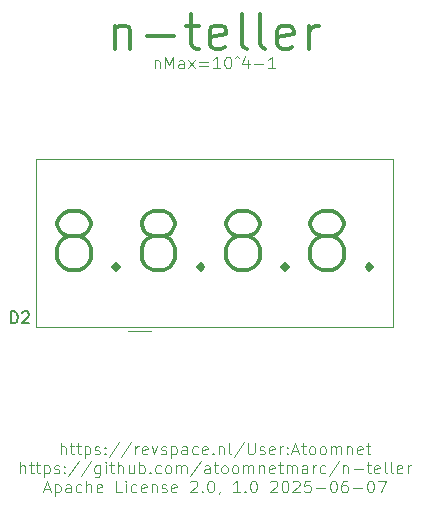
<source format=gto>
G04 #@! TF.GenerationSoftware,KiCad,Pcbnew,9.0.2*
G04 #@! TF.CreationDate,2025-06-10T21:22:11+02:00*
G04 #@! TF.ProjectId,n-teller,6e2d7465-6c6c-4657-922e-6b696361645f,1.0*
G04 #@! TF.SameCoordinates,Original*
G04 #@! TF.FileFunction,Legend,Top*
G04 #@! TF.FilePolarity,Positive*
%FSLAX46Y46*%
G04 Gerber Fmt 4.6, Leading zero omitted, Abs format (unit mm)*
G04 Created by KiCad (PCBNEW 9.0.2) date 2025-06-10 21:22:11*
%MOMM*%
%LPD*%
G01*
G04 APERTURE LIST*
%ADD10C,0.100000*%
%ADD11C,0.300000*%
%ADD12C,0.150000*%
%ADD13C,0.120000*%
G04 APERTURE END LIST*
D10*
X85098571Y-32810752D02*
X85098571Y-33477419D01*
X85098571Y-32905990D02*
X85146190Y-32858371D01*
X85146190Y-32858371D02*
X85241428Y-32810752D01*
X85241428Y-32810752D02*
X85384285Y-32810752D01*
X85384285Y-32810752D02*
X85479523Y-32858371D01*
X85479523Y-32858371D02*
X85527142Y-32953609D01*
X85527142Y-32953609D02*
X85527142Y-33477419D01*
X86003333Y-33477419D02*
X86003333Y-32477419D01*
X86003333Y-32477419D02*
X86336666Y-33191704D01*
X86336666Y-33191704D02*
X86669999Y-32477419D01*
X86669999Y-32477419D02*
X86669999Y-33477419D01*
X87574761Y-33477419D02*
X87574761Y-32953609D01*
X87574761Y-32953609D02*
X87527142Y-32858371D01*
X87527142Y-32858371D02*
X87431904Y-32810752D01*
X87431904Y-32810752D02*
X87241428Y-32810752D01*
X87241428Y-32810752D02*
X87146190Y-32858371D01*
X87574761Y-33429800D02*
X87479523Y-33477419D01*
X87479523Y-33477419D02*
X87241428Y-33477419D01*
X87241428Y-33477419D02*
X87146190Y-33429800D01*
X87146190Y-33429800D02*
X87098571Y-33334561D01*
X87098571Y-33334561D02*
X87098571Y-33239323D01*
X87098571Y-33239323D02*
X87146190Y-33144085D01*
X87146190Y-33144085D02*
X87241428Y-33096466D01*
X87241428Y-33096466D02*
X87479523Y-33096466D01*
X87479523Y-33096466D02*
X87574761Y-33048847D01*
X87955714Y-33477419D02*
X88479523Y-32810752D01*
X87955714Y-32810752D02*
X88479523Y-33477419D01*
X88860476Y-32953609D02*
X89622381Y-32953609D01*
X89622381Y-33239323D02*
X88860476Y-33239323D01*
X90622380Y-33477419D02*
X90050952Y-33477419D01*
X90336666Y-33477419D02*
X90336666Y-32477419D01*
X90336666Y-32477419D02*
X90241428Y-32620276D01*
X90241428Y-32620276D02*
X90146190Y-32715514D01*
X90146190Y-32715514D02*
X90050952Y-32763133D01*
X91241428Y-32477419D02*
X91336666Y-32477419D01*
X91336666Y-32477419D02*
X91431904Y-32525038D01*
X91431904Y-32525038D02*
X91479523Y-32572657D01*
X91479523Y-32572657D02*
X91527142Y-32667895D01*
X91527142Y-32667895D02*
X91574761Y-32858371D01*
X91574761Y-32858371D02*
X91574761Y-33096466D01*
X91574761Y-33096466D02*
X91527142Y-33286942D01*
X91527142Y-33286942D02*
X91479523Y-33382180D01*
X91479523Y-33382180D02*
X91431904Y-33429800D01*
X91431904Y-33429800D02*
X91336666Y-33477419D01*
X91336666Y-33477419D02*
X91241428Y-33477419D01*
X91241428Y-33477419D02*
X91146190Y-33429800D01*
X91146190Y-33429800D02*
X91098571Y-33382180D01*
X91098571Y-33382180D02*
X91050952Y-33286942D01*
X91050952Y-33286942D02*
X91003333Y-33096466D01*
X91003333Y-33096466D02*
X91003333Y-32858371D01*
X91003333Y-32858371D02*
X91050952Y-32667895D01*
X91050952Y-32667895D02*
X91098571Y-32572657D01*
X91098571Y-32572657D02*
X91146190Y-32525038D01*
X91146190Y-32525038D02*
X91241428Y-32477419D01*
X91860476Y-32572657D02*
X92050952Y-32429800D01*
X92050952Y-32429800D02*
X92241428Y-32572657D01*
X93003333Y-32810752D02*
X93003333Y-33477419D01*
X92765238Y-32429800D02*
X92527143Y-33144085D01*
X92527143Y-33144085D02*
X93146190Y-33144085D01*
X93527143Y-33096466D02*
X94289048Y-33096466D01*
X95289047Y-33477419D02*
X94717619Y-33477419D01*
X95003333Y-33477419D02*
X95003333Y-32477419D01*
X95003333Y-32477419D02*
X94908095Y-32620276D01*
X94908095Y-32620276D02*
X94812857Y-32715514D01*
X94812857Y-32715514D02*
X94717619Y-32763133D01*
D11*
X81741427Y-29852257D02*
X81741427Y-31852257D01*
X81741427Y-30137971D02*
X81884284Y-29995114D01*
X81884284Y-29995114D02*
X82169999Y-29852257D01*
X82169999Y-29852257D02*
X82598570Y-29852257D01*
X82598570Y-29852257D02*
X82884284Y-29995114D01*
X82884284Y-29995114D02*
X83027142Y-30280828D01*
X83027142Y-30280828D02*
X83027142Y-31852257D01*
X84455713Y-30709400D02*
X86741428Y-30709400D01*
X87741428Y-29852257D02*
X88884285Y-29852257D01*
X88169999Y-28852257D02*
X88169999Y-31423685D01*
X88169999Y-31423685D02*
X88312856Y-31709400D01*
X88312856Y-31709400D02*
X88598571Y-31852257D01*
X88598571Y-31852257D02*
X88884285Y-31852257D01*
X91027142Y-31709400D02*
X90741428Y-31852257D01*
X90741428Y-31852257D02*
X90170000Y-31852257D01*
X90170000Y-31852257D02*
X89884285Y-31709400D01*
X89884285Y-31709400D02*
X89741428Y-31423685D01*
X89741428Y-31423685D02*
X89741428Y-30280828D01*
X89741428Y-30280828D02*
X89884285Y-29995114D01*
X89884285Y-29995114D02*
X90170000Y-29852257D01*
X90170000Y-29852257D02*
X90741428Y-29852257D01*
X90741428Y-29852257D02*
X91027142Y-29995114D01*
X91027142Y-29995114D02*
X91170000Y-30280828D01*
X91170000Y-30280828D02*
X91170000Y-30566542D01*
X91170000Y-30566542D02*
X89741428Y-30852257D01*
X92884286Y-31852257D02*
X92598571Y-31709400D01*
X92598571Y-31709400D02*
X92455714Y-31423685D01*
X92455714Y-31423685D02*
X92455714Y-28852257D01*
X94455715Y-31852257D02*
X94170000Y-31709400D01*
X94170000Y-31709400D02*
X94027143Y-31423685D01*
X94027143Y-31423685D02*
X94027143Y-28852257D01*
X96741429Y-31709400D02*
X96455715Y-31852257D01*
X96455715Y-31852257D02*
X95884287Y-31852257D01*
X95884287Y-31852257D02*
X95598572Y-31709400D01*
X95598572Y-31709400D02*
X95455715Y-31423685D01*
X95455715Y-31423685D02*
X95455715Y-30280828D01*
X95455715Y-30280828D02*
X95598572Y-29995114D01*
X95598572Y-29995114D02*
X95884287Y-29852257D01*
X95884287Y-29852257D02*
X96455715Y-29852257D01*
X96455715Y-29852257D02*
X96741429Y-29995114D01*
X96741429Y-29995114D02*
X96884287Y-30280828D01*
X96884287Y-30280828D02*
X96884287Y-30566542D01*
X96884287Y-30566542D02*
X95455715Y-30852257D01*
X98170001Y-31852257D02*
X98170001Y-29852257D01*
X98170001Y-30423685D02*
X98312858Y-30137971D01*
X98312858Y-30137971D02*
X98455716Y-29995114D01*
X98455716Y-29995114D02*
X98741430Y-29852257D01*
X98741430Y-29852257D02*
X99027144Y-29852257D01*
D10*
X77122379Y-66157475D02*
X77122379Y-65157475D01*
X77550950Y-66157475D02*
X77550950Y-65633665D01*
X77550950Y-65633665D02*
X77503331Y-65538427D01*
X77503331Y-65538427D02*
X77408093Y-65490808D01*
X77408093Y-65490808D02*
X77265236Y-65490808D01*
X77265236Y-65490808D02*
X77169998Y-65538427D01*
X77169998Y-65538427D02*
X77122379Y-65586046D01*
X77884284Y-65490808D02*
X78265236Y-65490808D01*
X78027141Y-65157475D02*
X78027141Y-66014617D01*
X78027141Y-66014617D02*
X78074760Y-66109856D01*
X78074760Y-66109856D02*
X78169998Y-66157475D01*
X78169998Y-66157475D02*
X78265236Y-66157475D01*
X78455713Y-65490808D02*
X78836665Y-65490808D01*
X78598570Y-65157475D02*
X78598570Y-66014617D01*
X78598570Y-66014617D02*
X78646189Y-66109856D01*
X78646189Y-66109856D02*
X78741427Y-66157475D01*
X78741427Y-66157475D02*
X78836665Y-66157475D01*
X79169999Y-65490808D02*
X79169999Y-66490808D01*
X79169999Y-65538427D02*
X79265237Y-65490808D01*
X79265237Y-65490808D02*
X79455713Y-65490808D01*
X79455713Y-65490808D02*
X79550951Y-65538427D01*
X79550951Y-65538427D02*
X79598570Y-65586046D01*
X79598570Y-65586046D02*
X79646189Y-65681284D01*
X79646189Y-65681284D02*
X79646189Y-65966998D01*
X79646189Y-65966998D02*
X79598570Y-66062236D01*
X79598570Y-66062236D02*
X79550951Y-66109856D01*
X79550951Y-66109856D02*
X79455713Y-66157475D01*
X79455713Y-66157475D02*
X79265237Y-66157475D01*
X79265237Y-66157475D02*
X79169999Y-66109856D01*
X80027142Y-66109856D02*
X80122380Y-66157475D01*
X80122380Y-66157475D02*
X80312856Y-66157475D01*
X80312856Y-66157475D02*
X80408094Y-66109856D01*
X80408094Y-66109856D02*
X80455713Y-66014617D01*
X80455713Y-66014617D02*
X80455713Y-65966998D01*
X80455713Y-65966998D02*
X80408094Y-65871760D01*
X80408094Y-65871760D02*
X80312856Y-65824141D01*
X80312856Y-65824141D02*
X80169999Y-65824141D01*
X80169999Y-65824141D02*
X80074761Y-65776522D01*
X80074761Y-65776522D02*
X80027142Y-65681284D01*
X80027142Y-65681284D02*
X80027142Y-65633665D01*
X80027142Y-65633665D02*
X80074761Y-65538427D01*
X80074761Y-65538427D02*
X80169999Y-65490808D01*
X80169999Y-65490808D02*
X80312856Y-65490808D01*
X80312856Y-65490808D02*
X80408094Y-65538427D01*
X80884285Y-66062236D02*
X80931904Y-66109856D01*
X80931904Y-66109856D02*
X80884285Y-66157475D01*
X80884285Y-66157475D02*
X80836666Y-66109856D01*
X80836666Y-66109856D02*
X80884285Y-66062236D01*
X80884285Y-66062236D02*
X80884285Y-66157475D01*
X80884285Y-65538427D02*
X80931904Y-65586046D01*
X80931904Y-65586046D02*
X80884285Y-65633665D01*
X80884285Y-65633665D02*
X80836666Y-65586046D01*
X80836666Y-65586046D02*
X80884285Y-65538427D01*
X80884285Y-65538427D02*
X80884285Y-65633665D01*
X82074760Y-65109856D02*
X81217618Y-66395570D01*
X83122379Y-65109856D02*
X82265237Y-66395570D01*
X83455713Y-66157475D02*
X83455713Y-65490808D01*
X83455713Y-65681284D02*
X83503332Y-65586046D01*
X83503332Y-65586046D02*
X83550951Y-65538427D01*
X83550951Y-65538427D02*
X83646189Y-65490808D01*
X83646189Y-65490808D02*
X83741427Y-65490808D01*
X84455713Y-66109856D02*
X84360475Y-66157475D01*
X84360475Y-66157475D02*
X84169999Y-66157475D01*
X84169999Y-66157475D02*
X84074761Y-66109856D01*
X84074761Y-66109856D02*
X84027142Y-66014617D01*
X84027142Y-66014617D02*
X84027142Y-65633665D01*
X84027142Y-65633665D02*
X84074761Y-65538427D01*
X84074761Y-65538427D02*
X84169999Y-65490808D01*
X84169999Y-65490808D02*
X84360475Y-65490808D01*
X84360475Y-65490808D02*
X84455713Y-65538427D01*
X84455713Y-65538427D02*
X84503332Y-65633665D01*
X84503332Y-65633665D02*
X84503332Y-65728903D01*
X84503332Y-65728903D02*
X84027142Y-65824141D01*
X84836666Y-65490808D02*
X85074761Y-66157475D01*
X85074761Y-66157475D02*
X85312856Y-65490808D01*
X85646190Y-66109856D02*
X85741428Y-66157475D01*
X85741428Y-66157475D02*
X85931904Y-66157475D01*
X85931904Y-66157475D02*
X86027142Y-66109856D01*
X86027142Y-66109856D02*
X86074761Y-66014617D01*
X86074761Y-66014617D02*
X86074761Y-65966998D01*
X86074761Y-65966998D02*
X86027142Y-65871760D01*
X86027142Y-65871760D02*
X85931904Y-65824141D01*
X85931904Y-65824141D02*
X85789047Y-65824141D01*
X85789047Y-65824141D02*
X85693809Y-65776522D01*
X85693809Y-65776522D02*
X85646190Y-65681284D01*
X85646190Y-65681284D02*
X85646190Y-65633665D01*
X85646190Y-65633665D02*
X85693809Y-65538427D01*
X85693809Y-65538427D02*
X85789047Y-65490808D01*
X85789047Y-65490808D02*
X85931904Y-65490808D01*
X85931904Y-65490808D02*
X86027142Y-65538427D01*
X86503333Y-65490808D02*
X86503333Y-66490808D01*
X86503333Y-65538427D02*
X86598571Y-65490808D01*
X86598571Y-65490808D02*
X86789047Y-65490808D01*
X86789047Y-65490808D02*
X86884285Y-65538427D01*
X86884285Y-65538427D02*
X86931904Y-65586046D01*
X86931904Y-65586046D02*
X86979523Y-65681284D01*
X86979523Y-65681284D02*
X86979523Y-65966998D01*
X86979523Y-65966998D02*
X86931904Y-66062236D01*
X86931904Y-66062236D02*
X86884285Y-66109856D01*
X86884285Y-66109856D02*
X86789047Y-66157475D01*
X86789047Y-66157475D02*
X86598571Y-66157475D01*
X86598571Y-66157475D02*
X86503333Y-66109856D01*
X87836666Y-66157475D02*
X87836666Y-65633665D01*
X87836666Y-65633665D02*
X87789047Y-65538427D01*
X87789047Y-65538427D02*
X87693809Y-65490808D01*
X87693809Y-65490808D02*
X87503333Y-65490808D01*
X87503333Y-65490808D02*
X87408095Y-65538427D01*
X87836666Y-66109856D02*
X87741428Y-66157475D01*
X87741428Y-66157475D02*
X87503333Y-66157475D01*
X87503333Y-66157475D02*
X87408095Y-66109856D01*
X87408095Y-66109856D02*
X87360476Y-66014617D01*
X87360476Y-66014617D02*
X87360476Y-65919379D01*
X87360476Y-65919379D02*
X87408095Y-65824141D01*
X87408095Y-65824141D02*
X87503333Y-65776522D01*
X87503333Y-65776522D02*
X87741428Y-65776522D01*
X87741428Y-65776522D02*
X87836666Y-65728903D01*
X88741428Y-66109856D02*
X88646190Y-66157475D01*
X88646190Y-66157475D02*
X88455714Y-66157475D01*
X88455714Y-66157475D02*
X88360476Y-66109856D01*
X88360476Y-66109856D02*
X88312857Y-66062236D01*
X88312857Y-66062236D02*
X88265238Y-65966998D01*
X88265238Y-65966998D02*
X88265238Y-65681284D01*
X88265238Y-65681284D02*
X88312857Y-65586046D01*
X88312857Y-65586046D02*
X88360476Y-65538427D01*
X88360476Y-65538427D02*
X88455714Y-65490808D01*
X88455714Y-65490808D02*
X88646190Y-65490808D01*
X88646190Y-65490808D02*
X88741428Y-65538427D01*
X89550952Y-66109856D02*
X89455714Y-66157475D01*
X89455714Y-66157475D02*
X89265238Y-66157475D01*
X89265238Y-66157475D02*
X89170000Y-66109856D01*
X89170000Y-66109856D02*
X89122381Y-66014617D01*
X89122381Y-66014617D02*
X89122381Y-65633665D01*
X89122381Y-65633665D02*
X89170000Y-65538427D01*
X89170000Y-65538427D02*
X89265238Y-65490808D01*
X89265238Y-65490808D02*
X89455714Y-65490808D01*
X89455714Y-65490808D02*
X89550952Y-65538427D01*
X89550952Y-65538427D02*
X89598571Y-65633665D01*
X89598571Y-65633665D02*
X89598571Y-65728903D01*
X89598571Y-65728903D02*
X89122381Y-65824141D01*
X90027143Y-66062236D02*
X90074762Y-66109856D01*
X90074762Y-66109856D02*
X90027143Y-66157475D01*
X90027143Y-66157475D02*
X89979524Y-66109856D01*
X89979524Y-66109856D02*
X90027143Y-66062236D01*
X90027143Y-66062236D02*
X90027143Y-66157475D01*
X90503333Y-65490808D02*
X90503333Y-66157475D01*
X90503333Y-65586046D02*
X90550952Y-65538427D01*
X90550952Y-65538427D02*
X90646190Y-65490808D01*
X90646190Y-65490808D02*
X90789047Y-65490808D01*
X90789047Y-65490808D02*
X90884285Y-65538427D01*
X90884285Y-65538427D02*
X90931904Y-65633665D01*
X90931904Y-65633665D02*
X90931904Y-66157475D01*
X91550952Y-66157475D02*
X91455714Y-66109856D01*
X91455714Y-66109856D02*
X91408095Y-66014617D01*
X91408095Y-66014617D02*
X91408095Y-65157475D01*
X92646190Y-65109856D02*
X91789048Y-66395570D01*
X92979524Y-65157475D02*
X92979524Y-65966998D01*
X92979524Y-65966998D02*
X93027143Y-66062236D01*
X93027143Y-66062236D02*
X93074762Y-66109856D01*
X93074762Y-66109856D02*
X93170000Y-66157475D01*
X93170000Y-66157475D02*
X93360476Y-66157475D01*
X93360476Y-66157475D02*
X93455714Y-66109856D01*
X93455714Y-66109856D02*
X93503333Y-66062236D01*
X93503333Y-66062236D02*
X93550952Y-65966998D01*
X93550952Y-65966998D02*
X93550952Y-65157475D01*
X93979524Y-66109856D02*
X94074762Y-66157475D01*
X94074762Y-66157475D02*
X94265238Y-66157475D01*
X94265238Y-66157475D02*
X94360476Y-66109856D01*
X94360476Y-66109856D02*
X94408095Y-66014617D01*
X94408095Y-66014617D02*
X94408095Y-65966998D01*
X94408095Y-65966998D02*
X94360476Y-65871760D01*
X94360476Y-65871760D02*
X94265238Y-65824141D01*
X94265238Y-65824141D02*
X94122381Y-65824141D01*
X94122381Y-65824141D02*
X94027143Y-65776522D01*
X94027143Y-65776522D02*
X93979524Y-65681284D01*
X93979524Y-65681284D02*
X93979524Y-65633665D01*
X93979524Y-65633665D02*
X94027143Y-65538427D01*
X94027143Y-65538427D02*
X94122381Y-65490808D01*
X94122381Y-65490808D02*
X94265238Y-65490808D01*
X94265238Y-65490808D02*
X94360476Y-65538427D01*
X95217619Y-66109856D02*
X95122381Y-66157475D01*
X95122381Y-66157475D02*
X94931905Y-66157475D01*
X94931905Y-66157475D02*
X94836667Y-66109856D01*
X94836667Y-66109856D02*
X94789048Y-66014617D01*
X94789048Y-66014617D02*
X94789048Y-65633665D01*
X94789048Y-65633665D02*
X94836667Y-65538427D01*
X94836667Y-65538427D02*
X94931905Y-65490808D01*
X94931905Y-65490808D02*
X95122381Y-65490808D01*
X95122381Y-65490808D02*
X95217619Y-65538427D01*
X95217619Y-65538427D02*
X95265238Y-65633665D01*
X95265238Y-65633665D02*
X95265238Y-65728903D01*
X95265238Y-65728903D02*
X94789048Y-65824141D01*
X95693810Y-66157475D02*
X95693810Y-65490808D01*
X95693810Y-65681284D02*
X95741429Y-65586046D01*
X95741429Y-65586046D02*
X95789048Y-65538427D01*
X95789048Y-65538427D02*
X95884286Y-65490808D01*
X95884286Y-65490808D02*
X95979524Y-65490808D01*
X96312858Y-66062236D02*
X96360477Y-66109856D01*
X96360477Y-66109856D02*
X96312858Y-66157475D01*
X96312858Y-66157475D02*
X96265239Y-66109856D01*
X96265239Y-66109856D02*
X96312858Y-66062236D01*
X96312858Y-66062236D02*
X96312858Y-66157475D01*
X96312858Y-65538427D02*
X96360477Y-65586046D01*
X96360477Y-65586046D02*
X96312858Y-65633665D01*
X96312858Y-65633665D02*
X96265239Y-65586046D01*
X96265239Y-65586046D02*
X96312858Y-65538427D01*
X96312858Y-65538427D02*
X96312858Y-65633665D01*
X96741429Y-65871760D02*
X97217619Y-65871760D01*
X96646191Y-66157475D02*
X96979524Y-65157475D01*
X96979524Y-65157475D02*
X97312857Y-66157475D01*
X97503334Y-65490808D02*
X97884286Y-65490808D01*
X97646191Y-65157475D02*
X97646191Y-66014617D01*
X97646191Y-66014617D02*
X97693810Y-66109856D01*
X97693810Y-66109856D02*
X97789048Y-66157475D01*
X97789048Y-66157475D02*
X97884286Y-66157475D01*
X98360477Y-66157475D02*
X98265239Y-66109856D01*
X98265239Y-66109856D02*
X98217620Y-66062236D01*
X98217620Y-66062236D02*
X98170001Y-65966998D01*
X98170001Y-65966998D02*
X98170001Y-65681284D01*
X98170001Y-65681284D02*
X98217620Y-65586046D01*
X98217620Y-65586046D02*
X98265239Y-65538427D01*
X98265239Y-65538427D02*
X98360477Y-65490808D01*
X98360477Y-65490808D02*
X98503334Y-65490808D01*
X98503334Y-65490808D02*
X98598572Y-65538427D01*
X98598572Y-65538427D02*
X98646191Y-65586046D01*
X98646191Y-65586046D02*
X98693810Y-65681284D01*
X98693810Y-65681284D02*
X98693810Y-65966998D01*
X98693810Y-65966998D02*
X98646191Y-66062236D01*
X98646191Y-66062236D02*
X98598572Y-66109856D01*
X98598572Y-66109856D02*
X98503334Y-66157475D01*
X98503334Y-66157475D02*
X98360477Y-66157475D01*
X99265239Y-66157475D02*
X99170001Y-66109856D01*
X99170001Y-66109856D02*
X99122382Y-66062236D01*
X99122382Y-66062236D02*
X99074763Y-65966998D01*
X99074763Y-65966998D02*
X99074763Y-65681284D01*
X99074763Y-65681284D02*
X99122382Y-65586046D01*
X99122382Y-65586046D02*
X99170001Y-65538427D01*
X99170001Y-65538427D02*
X99265239Y-65490808D01*
X99265239Y-65490808D02*
X99408096Y-65490808D01*
X99408096Y-65490808D02*
X99503334Y-65538427D01*
X99503334Y-65538427D02*
X99550953Y-65586046D01*
X99550953Y-65586046D02*
X99598572Y-65681284D01*
X99598572Y-65681284D02*
X99598572Y-65966998D01*
X99598572Y-65966998D02*
X99550953Y-66062236D01*
X99550953Y-66062236D02*
X99503334Y-66109856D01*
X99503334Y-66109856D02*
X99408096Y-66157475D01*
X99408096Y-66157475D02*
X99265239Y-66157475D01*
X100027144Y-66157475D02*
X100027144Y-65490808D01*
X100027144Y-65586046D02*
X100074763Y-65538427D01*
X100074763Y-65538427D02*
X100170001Y-65490808D01*
X100170001Y-65490808D02*
X100312858Y-65490808D01*
X100312858Y-65490808D02*
X100408096Y-65538427D01*
X100408096Y-65538427D02*
X100455715Y-65633665D01*
X100455715Y-65633665D02*
X100455715Y-66157475D01*
X100455715Y-65633665D02*
X100503334Y-65538427D01*
X100503334Y-65538427D02*
X100598572Y-65490808D01*
X100598572Y-65490808D02*
X100741429Y-65490808D01*
X100741429Y-65490808D02*
X100836668Y-65538427D01*
X100836668Y-65538427D02*
X100884287Y-65633665D01*
X100884287Y-65633665D02*
X100884287Y-66157475D01*
X101360477Y-65490808D02*
X101360477Y-66157475D01*
X101360477Y-65586046D02*
X101408096Y-65538427D01*
X101408096Y-65538427D02*
X101503334Y-65490808D01*
X101503334Y-65490808D02*
X101646191Y-65490808D01*
X101646191Y-65490808D02*
X101741429Y-65538427D01*
X101741429Y-65538427D02*
X101789048Y-65633665D01*
X101789048Y-65633665D02*
X101789048Y-66157475D01*
X102646191Y-66109856D02*
X102550953Y-66157475D01*
X102550953Y-66157475D02*
X102360477Y-66157475D01*
X102360477Y-66157475D02*
X102265239Y-66109856D01*
X102265239Y-66109856D02*
X102217620Y-66014617D01*
X102217620Y-66014617D02*
X102217620Y-65633665D01*
X102217620Y-65633665D02*
X102265239Y-65538427D01*
X102265239Y-65538427D02*
X102360477Y-65490808D01*
X102360477Y-65490808D02*
X102550953Y-65490808D01*
X102550953Y-65490808D02*
X102646191Y-65538427D01*
X102646191Y-65538427D02*
X102693810Y-65633665D01*
X102693810Y-65633665D02*
X102693810Y-65728903D01*
X102693810Y-65728903D02*
X102217620Y-65824141D01*
X102979525Y-65490808D02*
X103360477Y-65490808D01*
X103122382Y-65157475D02*
X103122382Y-66014617D01*
X103122382Y-66014617D02*
X103170001Y-66109856D01*
X103170001Y-66109856D02*
X103265239Y-66157475D01*
X103265239Y-66157475D02*
X103360477Y-66157475D01*
X73693808Y-67767419D02*
X73693808Y-66767419D01*
X74122379Y-67767419D02*
X74122379Y-67243609D01*
X74122379Y-67243609D02*
X74074760Y-67148371D01*
X74074760Y-67148371D02*
X73979522Y-67100752D01*
X73979522Y-67100752D02*
X73836665Y-67100752D01*
X73836665Y-67100752D02*
X73741427Y-67148371D01*
X73741427Y-67148371D02*
X73693808Y-67195990D01*
X74455713Y-67100752D02*
X74836665Y-67100752D01*
X74598570Y-66767419D02*
X74598570Y-67624561D01*
X74598570Y-67624561D02*
X74646189Y-67719800D01*
X74646189Y-67719800D02*
X74741427Y-67767419D01*
X74741427Y-67767419D02*
X74836665Y-67767419D01*
X75027142Y-67100752D02*
X75408094Y-67100752D01*
X75169999Y-66767419D02*
X75169999Y-67624561D01*
X75169999Y-67624561D02*
X75217618Y-67719800D01*
X75217618Y-67719800D02*
X75312856Y-67767419D01*
X75312856Y-67767419D02*
X75408094Y-67767419D01*
X75741428Y-67100752D02*
X75741428Y-68100752D01*
X75741428Y-67148371D02*
X75836666Y-67100752D01*
X75836666Y-67100752D02*
X76027142Y-67100752D01*
X76027142Y-67100752D02*
X76122380Y-67148371D01*
X76122380Y-67148371D02*
X76169999Y-67195990D01*
X76169999Y-67195990D02*
X76217618Y-67291228D01*
X76217618Y-67291228D02*
X76217618Y-67576942D01*
X76217618Y-67576942D02*
X76169999Y-67672180D01*
X76169999Y-67672180D02*
X76122380Y-67719800D01*
X76122380Y-67719800D02*
X76027142Y-67767419D01*
X76027142Y-67767419D02*
X75836666Y-67767419D01*
X75836666Y-67767419D02*
X75741428Y-67719800D01*
X76598571Y-67719800D02*
X76693809Y-67767419D01*
X76693809Y-67767419D02*
X76884285Y-67767419D01*
X76884285Y-67767419D02*
X76979523Y-67719800D01*
X76979523Y-67719800D02*
X77027142Y-67624561D01*
X77027142Y-67624561D02*
X77027142Y-67576942D01*
X77027142Y-67576942D02*
X76979523Y-67481704D01*
X76979523Y-67481704D02*
X76884285Y-67434085D01*
X76884285Y-67434085D02*
X76741428Y-67434085D01*
X76741428Y-67434085D02*
X76646190Y-67386466D01*
X76646190Y-67386466D02*
X76598571Y-67291228D01*
X76598571Y-67291228D02*
X76598571Y-67243609D01*
X76598571Y-67243609D02*
X76646190Y-67148371D01*
X76646190Y-67148371D02*
X76741428Y-67100752D01*
X76741428Y-67100752D02*
X76884285Y-67100752D01*
X76884285Y-67100752D02*
X76979523Y-67148371D01*
X77455714Y-67672180D02*
X77503333Y-67719800D01*
X77503333Y-67719800D02*
X77455714Y-67767419D01*
X77455714Y-67767419D02*
X77408095Y-67719800D01*
X77408095Y-67719800D02*
X77455714Y-67672180D01*
X77455714Y-67672180D02*
X77455714Y-67767419D01*
X77455714Y-67148371D02*
X77503333Y-67195990D01*
X77503333Y-67195990D02*
X77455714Y-67243609D01*
X77455714Y-67243609D02*
X77408095Y-67195990D01*
X77408095Y-67195990D02*
X77455714Y-67148371D01*
X77455714Y-67148371D02*
X77455714Y-67243609D01*
X78646189Y-66719800D02*
X77789047Y-68005514D01*
X79693808Y-66719800D02*
X78836666Y-68005514D01*
X80455713Y-67100752D02*
X80455713Y-67910276D01*
X80455713Y-67910276D02*
X80408094Y-68005514D01*
X80408094Y-68005514D02*
X80360475Y-68053133D01*
X80360475Y-68053133D02*
X80265237Y-68100752D01*
X80265237Y-68100752D02*
X80122380Y-68100752D01*
X80122380Y-68100752D02*
X80027142Y-68053133D01*
X80455713Y-67719800D02*
X80360475Y-67767419D01*
X80360475Y-67767419D02*
X80169999Y-67767419D01*
X80169999Y-67767419D02*
X80074761Y-67719800D01*
X80074761Y-67719800D02*
X80027142Y-67672180D01*
X80027142Y-67672180D02*
X79979523Y-67576942D01*
X79979523Y-67576942D02*
X79979523Y-67291228D01*
X79979523Y-67291228D02*
X80027142Y-67195990D01*
X80027142Y-67195990D02*
X80074761Y-67148371D01*
X80074761Y-67148371D02*
X80169999Y-67100752D01*
X80169999Y-67100752D02*
X80360475Y-67100752D01*
X80360475Y-67100752D02*
X80455713Y-67148371D01*
X80931904Y-67767419D02*
X80931904Y-67100752D01*
X80931904Y-66767419D02*
X80884285Y-66815038D01*
X80884285Y-66815038D02*
X80931904Y-66862657D01*
X80931904Y-66862657D02*
X80979523Y-66815038D01*
X80979523Y-66815038D02*
X80931904Y-66767419D01*
X80931904Y-66767419D02*
X80931904Y-66862657D01*
X81265237Y-67100752D02*
X81646189Y-67100752D01*
X81408094Y-66767419D02*
X81408094Y-67624561D01*
X81408094Y-67624561D02*
X81455713Y-67719800D01*
X81455713Y-67719800D02*
X81550951Y-67767419D01*
X81550951Y-67767419D02*
X81646189Y-67767419D01*
X81979523Y-67767419D02*
X81979523Y-66767419D01*
X82408094Y-67767419D02*
X82408094Y-67243609D01*
X82408094Y-67243609D02*
X82360475Y-67148371D01*
X82360475Y-67148371D02*
X82265237Y-67100752D01*
X82265237Y-67100752D02*
X82122380Y-67100752D01*
X82122380Y-67100752D02*
X82027142Y-67148371D01*
X82027142Y-67148371D02*
X81979523Y-67195990D01*
X83312856Y-67100752D02*
X83312856Y-67767419D01*
X82884285Y-67100752D02*
X82884285Y-67624561D01*
X82884285Y-67624561D02*
X82931904Y-67719800D01*
X82931904Y-67719800D02*
X83027142Y-67767419D01*
X83027142Y-67767419D02*
X83169999Y-67767419D01*
X83169999Y-67767419D02*
X83265237Y-67719800D01*
X83265237Y-67719800D02*
X83312856Y-67672180D01*
X83789047Y-67767419D02*
X83789047Y-66767419D01*
X83789047Y-67148371D02*
X83884285Y-67100752D01*
X83884285Y-67100752D02*
X84074761Y-67100752D01*
X84074761Y-67100752D02*
X84169999Y-67148371D01*
X84169999Y-67148371D02*
X84217618Y-67195990D01*
X84217618Y-67195990D02*
X84265237Y-67291228D01*
X84265237Y-67291228D02*
X84265237Y-67576942D01*
X84265237Y-67576942D02*
X84217618Y-67672180D01*
X84217618Y-67672180D02*
X84169999Y-67719800D01*
X84169999Y-67719800D02*
X84074761Y-67767419D01*
X84074761Y-67767419D02*
X83884285Y-67767419D01*
X83884285Y-67767419D02*
X83789047Y-67719800D01*
X84693809Y-67672180D02*
X84741428Y-67719800D01*
X84741428Y-67719800D02*
X84693809Y-67767419D01*
X84693809Y-67767419D02*
X84646190Y-67719800D01*
X84646190Y-67719800D02*
X84693809Y-67672180D01*
X84693809Y-67672180D02*
X84693809Y-67767419D01*
X85598570Y-67719800D02*
X85503332Y-67767419D01*
X85503332Y-67767419D02*
X85312856Y-67767419D01*
X85312856Y-67767419D02*
X85217618Y-67719800D01*
X85217618Y-67719800D02*
X85169999Y-67672180D01*
X85169999Y-67672180D02*
X85122380Y-67576942D01*
X85122380Y-67576942D02*
X85122380Y-67291228D01*
X85122380Y-67291228D02*
X85169999Y-67195990D01*
X85169999Y-67195990D02*
X85217618Y-67148371D01*
X85217618Y-67148371D02*
X85312856Y-67100752D01*
X85312856Y-67100752D02*
X85503332Y-67100752D01*
X85503332Y-67100752D02*
X85598570Y-67148371D01*
X86169999Y-67767419D02*
X86074761Y-67719800D01*
X86074761Y-67719800D02*
X86027142Y-67672180D01*
X86027142Y-67672180D02*
X85979523Y-67576942D01*
X85979523Y-67576942D02*
X85979523Y-67291228D01*
X85979523Y-67291228D02*
X86027142Y-67195990D01*
X86027142Y-67195990D02*
X86074761Y-67148371D01*
X86074761Y-67148371D02*
X86169999Y-67100752D01*
X86169999Y-67100752D02*
X86312856Y-67100752D01*
X86312856Y-67100752D02*
X86408094Y-67148371D01*
X86408094Y-67148371D02*
X86455713Y-67195990D01*
X86455713Y-67195990D02*
X86503332Y-67291228D01*
X86503332Y-67291228D02*
X86503332Y-67576942D01*
X86503332Y-67576942D02*
X86455713Y-67672180D01*
X86455713Y-67672180D02*
X86408094Y-67719800D01*
X86408094Y-67719800D02*
X86312856Y-67767419D01*
X86312856Y-67767419D02*
X86169999Y-67767419D01*
X86931904Y-67767419D02*
X86931904Y-67100752D01*
X86931904Y-67195990D02*
X86979523Y-67148371D01*
X86979523Y-67148371D02*
X87074761Y-67100752D01*
X87074761Y-67100752D02*
X87217618Y-67100752D01*
X87217618Y-67100752D02*
X87312856Y-67148371D01*
X87312856Y-67148371D02*
X87360475Y-67243609D01*
X87360475Y-67243609D02*
X87360475Y-67767419D01*
X87360475Y-67243609D02*
X87408094Y-67148371D01*
X87408094Y-67148371D02*
X87503332Y-67100752D01*
X87503332Y-67100752D02*
X87646189Y-67100752D01*
X87646189Y-67100752D02*
X87741428Y-67148371D01*
X87741428Y-67148371D02*
X87789047Y-67243609D01*
X87789047Y-67243609D02*
X87789047Y-67767419D01*
X88979522Y-66719800D02*
X88122380Y-68005514D01*
X89741427Y-67767419D02*
X89741427Y-67243609D01*
X89741427Y-67243609D02*
X89693808Y-67148371D01*
X89693808Y-67148371D02*
X89598570Y-67100752D01*
X89598570Y-67100752D02*
X89408094Y-67100752D01*
X89408094Y-67100752D02*
X89312856Y-67148371D01*
X89741427Y-67719800D02*
X89646189Y-67767419D01*
X89646189Y-67767419D02*
X89408094Y-67767419D01*
X89408094Y-67767419D02*
X89312856Y-67719800D01*
X89312856Y-67719800D02*
X89265237Y-67624561D01*
X89265237Y-67624561D02*
X89265237Y-67529323D01*
X89265237Y-67529323D02*
X89312856Y-67434085D01*
X89312856Y-67434085D02*
X89408094Y-67386466D01*
X89408094Y-67386466D02*
X89646189Y-67386466D01*
X89646189Y-67386466D02*
X89741427Y-67338847D01*
X90074761Y-67100752D02*
X90455713Y-67100752D01*
X90217618Y-66767419D02*
X90217618Y-67624561D01*
X90217618Y-67624561D02*
X90265237Y-67719800D01*
X90265237Y-67719800D02*
X90360475Y-67767419D01*
X90360475Y-67767419D02*
X90455713Y-67767419D01*
X90931904Y-67767419D02*
X90836666Y-67719800D01*
X90836666Y-67719800D02*
X90789047Y-67672180D01*
X90789047Y-67672180D02*
X90741428Y-67576942D01*
X90741428Y-67576942D02*
X90741428Y-67291228D01*
X90741428Y-67291228D02*
X90789047Y-67195990D01*
X90789047Y-67195990D02*
X90836666Y-67148371D01*
X90836666Y-67148371D02*
X90931904Y-67100752D01*
X90931904Y-67100752D02*
X91074761Y-67100752D01*
X91074761Y-67100752D02*
X91169999Y-67148371D01*
X91169999Y-67148371D02*
X91217618Y-67195990D01*
X91217618Y-67195990D02*
X91265237Y-67291228D01*
X91265237Y-67291228D02*
X91265237Y-67576942D01*
X91265237Y-67576942D02*
X91217618Y-67672180D01*
X91217618Y-67672180D02*
X91169999Y-67719800D01*
X91169999Y-67719800D02*
X91074761Y-67767419D01*
X91074761Y-67767419D02*
X90931904Y-67767419D01*
X91836666Y-67767419D02*
X91741428Y-67719800D01*
X91741428Y-67719800D02*
X91693809Y-67672180D01*
X91693809Y-67672180D02*
X91646190Y-67576942D01*
X91646190Y-67576942D02*
X91646190Y-67291228D01*
X91646190Y-67291228D02*
X91693809Y-67195990D01*
X91693809Y-67195990D02*
X91741428Y-67148371D01*
X91741428Y-67148371D02*
X91836666Y-67100752D01*
X91836666Y-67100752D02*
X91979523Y-67100752D01*
X91979523Y-67100752D02*
X92074761Y-67148371D01*
X92074761Y-67148371D02*
X92122380Y-67195990D01*
X92122380Y-67195990D02*
X92169999Y-67291228D01*
X92169999Y-67291228D02*
X92169999Y-67576942D01*
X92169999Y-67576942D02*
X92122380Y-67672180D01*
X92122380Y-67672180D02*
X92074761Y-67719800D01*
X92074761Y-67719800D02*
X91979523Y-67767419D01*
X91979523Y-67767419D02*
X91836666Y-67767419D01*
X92598571Y-67767419D02*
X92598571Y-67100752D01*
X92598571Y-67195990D02*
X92646190Y-67148371D01*
X92646190Y-67148371D02*
X92741428Y-67100752D01*
X92741428Y-67100752D02*
X92884285Y-67100752D01*
X92884285Y-67100752D02*
X92979523Y-67148371D01*
X92979523Y-67148371D02*
X93027142Y-67243609D01*
X93027142Y-67243609D02*
X93027142Y-67767419D01*
X93027142Y-67243609D02*
X93074761Y-67148371D01*
X93074761Y-67148371D02*
X93169999Y-67100752D01*
X93169999Y-67100752D02*
X93312856Y-67100752D01*
X93312856Y-67100752D02*
X93408095Y-67148371D01*
X93408095Y-67148371D02*
X93455714Y-67243609D01*
X93455714Y-67243609D02*
X93455714Y-67767419D01*
X93931904Y-67100752D02*
X93931904Y-67767419D01*
X93931904Y-67195990D02*
X93979523Y-67148371D01*
X93979523Y-67148371D02*
X94074761Y-67100752D01*
X94074761Y-67100752D02*
X94217618Y-67100752D01*
X94217618Y-67100752D02*
X94312856Y-67148371D01*
X94312856Y-67148371D02*
X94360475Y-67243609D01*
X94360475Y-67243609D02*
X94360475Y-67767419D01*
X95217618Y-67719800D02*
X95122380Y-67767419D01*
X95122380Y-67767419D02*
X94931904Y-67767419D01*
X94931904Y-67767419D02*
X94836666Y-67719800D01*
X94836666Y-67719800D02*
X94789047Y-67624561D01*
X94789047Y-67624561D02*
X94789047Y-67243609D01*
X94789047Y-67243609D02*
X94836666Y-67148371D01*
X94836666Y-67148371D02*
X94931904Y-67100752D01*
X94931904Y-67100752D02*
X95122380Y-67100752D01*
X95122380Y-67100752D02*
X95217618Y-67148371D01*
X95217618Y-67148371D02*
X95265237Y-67243609D01*
X95265237Y-67243609D02*
X95265237Y-67338847D01*
X95265237Y-67338847D02*
X94789047Y-67434085D01*
X95550952Y-67100752D02*
X95931904Y-67100752D01*
X95693809Y-66767419D02*
X95693809Y-67624561D01*
X95693809Y-67624561D02*
X95741428Y-67719800D01*
X95741428Y-67719800D02*
X95836666Y-67767419D01*
X95836666Y-67767419D02*
X95931904Y-67767419D01*
X96265238Y-67767419D02*
X96265238Y-67100752D01*
X96265238Y-67195990D02*
X96312857Y-67148371D01*
X96312857Y-67148371D02*
X96408095Y-67100752D01*
X96408095Y-67100752D02*
X96550952Y-67100752D01*
X96550952Y-67100752D02*
X96646190Y-67148371D01*
X96646190Y-67148371D02*
X96693809Y-67243609D01*
X96693809Y-67243609D02*
X96693809Y-67767419D01*
X96693809Y-67243609D02*
X96741428Y-67148371D01*
X96741428Y-67148371D02*
X96836666Y-67100752D01*
X96836666Y-67100752D02*
X96979523Y-67100752D01*
X96979523Y-67100752D02*
X97074762Y-67148371D01*
X97074762Y-67148371D02*
X97122381Y-67243609D01*
X97122381Y-67243609D02*
X97122381Y-67767419D01*
X98027142Y-67767419D02*
X98027142Y-67243609D01*
X98027142Y-67243609D02*
X97979523Y-67148371D01*
X97979523Y-67148371D02*
X97884285Y-67100752D01*
X97884285Y-67100752D02*
X97693809Y-67100752D01*
X97693809Y-67100752D02*
X97598571Y-67148371D01*
X98027142Y-67719800D02*
X97931904Y-67767419D01*
X97931904Y-67767419D02*
X97693809Y-67767419D01*
X97693809Y-67767419D02*
X97598571Y-67719800D01*
X97598571Y-67719800D02*
X97550952Y-67624561D01*
X97550952Y-67624561D02*
X97550952Y-67529323D01*
X97550952Y-67529323D02*
X97598571Y-67434085D01*
X97598571Y-67434085D02*
X97693809Y-67386466D01*
X97693809Y-67386466D02*
X97931904Y-67386466D01*
X97931904Y-67386466D02*
X98027142Y-67338847D01*
X98503333Y-67767419D02*
X98503333Y-67100752D01*
X98503333Y-67291228D02*
X98550952Y-67195990D01*
X98550952Y-67195990D02*
X98598571Y-67148371D01*
X98598571Y-67148371D02*
X98693809Y-67100752D01*
X98693809Y-67100752D02*
X98789047Y-67100752D01*
X99550952Y-67719800D02*
X99455714Y-67767419D01*
X99455714Y-67767419D02*
X99265238Y-67767419D01*
X99265238Y-67767419D02*
X99170000Y-67719800D01*
X99170000Y-67719800D02*
X99122381Y-67672180D01*
X99122381Y-67672180D02*
X99074762Y-67576942D01*
X99074762Y-67576942D02*
X99074762Y-67291228D01*
X99074762Y-67291228D02*
X99122381Y-67195990D01*
X99122381Y-67195990D02*
X99170000Y-67148371D01*
X99170000Y-67148371D02*
X99265238Y-67100752D01*
X99265238Y-67100752D02*
X99455714Y-67100752D01*
X99455714Y-67100752D02*
X99550952Y-67148371D01*
X100693809Y-66719800D02*
X99836667Y-68005514D01*
X101027143Y-67100752D02*
X101027143Y-67767419D01*
X101027143Y-67195990D02*
X101074762Y-67148371D01*
X101074762Y-67148371D02*
X101170000Y-67100752D01*
X101170000Y-67100752D02*
X101312857Y-67100752D01*
X101312857Y-67100752D02*
X101408095Y-67148371D01*
X101408095Y-67148371D02*
X101455714Y-67243609D01*
X101455714Y-67243609D02*
X101455714Y-67767419D01*
X101931905Y-67386466D02*
X102693810Y-67386466D01*
X103027143Y-67100752D02*
X103408095Y-67100752D01*
X103170000Y-66767419D02*
X103170000Y-67624561D01*
X103170000Y-67624561D02*
X103217619Y-67719800D01*
X103217619Y-67719800D02*
X103312857Y-67767419D01*
X103312857Y-67767419D02*
X103408095Y-67767419D01*
X104122381Y-67719800D02*
X104027143Y-67767419D01*
X104027143Y-67767419D02*
X103836667Y-67767419D01*
X103836667Y-67767419D02*
X103741429Y-67719800D01*
X103741429Y-67719800D02*
X103693810Y-67624561D01*
X103693810Y-67624561D02*
X103693810Y-67243609D01*
X103693810Y-67243609D02*
X103741429Y-67148371D01*
X103741429Y-67148371D02*
X103836667Y-67100752D01*
X103836667Y-67100752D02*
X104027143Y-67100752D01*
X104027143Y-67100752D02*
X104122381Y-67148371D01*
X104122381Y-67148371D02*
X104170000Y-67243609D01*
X104170000Y-67243609D02*
X104170000Y-67338847D01*
X104170000Y-67338847D02*
X103693810Y-67434085D01*
X104741429Y-67767419D02*
X104646191Y-67719800D01*
X104646191Y-67719800D02*
X104598572Y-67624561D01*
X104598572Y-67624561D02*
X104598572Y-66767419D01*
X105265239Y-67767419D02*
X105170001Y-67719800D01*
X105170001Y-67719800D02*
X105122382Y-67624561D01*
X105122382Y-67624561D02*
X105122382Y-66767419D01*
X106027144Y-67719800D02*
X105931906Y-67767419D01*
X105931906Y-67767419D02*
X105741430Y-67767419D01*
X105741430Y-67767419D02*
X105646192Y-67719800D01*
X105646192Y-67719800D02*
X105598573Y-67624561D01*
X105598573Y-67624561D02*
X105598573Y-67243609D01*
X105598573Y-67243609D02*
X105646192Y-67148371D01*
X105646192Y-67148371D02*
X105741430Y-67100752D01*
X105741430Y-67100752D02*
X105931906Y-67100752D01*
X105931906Y-67100752D02*
X106027144Y-67148371D01*
X106027144Y-67148371D02*
X106074763Y-67243609D01*
X106074763Y-67243609D02*
X106074763Y-67338847D01*
X106074763Y-67338847D02*
X105598573Y-67434085D01*
X106503335Y-67767419D02*
X106503335Y-67100752D01*
X106503335Y-67291228D02*
X106550954Y-67195990D01*
X106550954Y-67195990D02*
X106598573Y-67148371D01*
X106598573Y-67148371D02*
X106693811Y-67100752D01*
X106693811Y-67100752D02*
X106789049Y-67100752D01*
X75741428Y-69091648D02*
X76217618Y-69091648D01*
X75646190Y-69377363D02*
X75979523Y-68377363D01*
X75979523Y-68377363D02*
X76312856Y-69377363D01*
X76646190Y-68710696D02*
X76646190Y-69710696D01*
X76646190Y-68758315D02*
X76741428Y-68710696D01*
X76741428Y-68710696D02*
X76931904Y-68710696D01*
X76931904Y-68710696D02*
X77027142Y-68758315D01*
X77027142Y-68758315D02*
X77074761Y-68805934D01*
X77074761Y-68805934D02*
X77122380Y-68901172D01*
X77122380Y-68901172D02*
X77122380Y-69186886D01*
X77122380Y-69186886D02*
X77074761Y-69282124D01*
X77074761Y-69282124D02*
X77027142Y-69329744D01*
X77027142Y-69329744D02*
X76931904Y-69377363D01*
X76931904Y-69377363D02*
X76741428Y-69377363D01*
X76741428Y-69377363D02*
X76646190Y-69329744D01*
X77979523Y-69377363D02*
X77979523Y-68853553D01*
X77979523Y-68853553D02*
X77931904Y-68758315D01*
X77931904Y-68758315D02*
X77836666Y-68710696D01*
X77836666Y-68710696D02*
X77646190Y-68710696D01*
X77646190Y-68710696D02*
X77550952Y-68758315D01*
X77979523Y-69329744D02*
X77884285Y-69377363D01*
X77884285Y-69377363D02*
X77646190Y-69377363D01*
X77646190Y-69377363D02*
X77550952Y-69329744D01*
X77550952Y-69329744D02*
X77503333Y-69234505D01*
X77503333Y-69234505D02*
X77503333Y-69139267D01*
X77503333Y-69139267D02*
X77550952Y-69044029D01*
X77550952Y-69044029D02*
X77646190Y-68996410D01*
X77646190Y-68996410D02*
X77884285Y-68996410D01*
X77884285Y-68996410D02*
X77979523Y-68948791D01*
X78884285Y-69329744D02*
X78789047Y-69377363D01*
X78789047Y-69377363D02*
X78598571Y-69377363D01*
X78598571Y-69377363D02*
X78503333Y-69329744D01*
X78503333Y-69329744D02*
X78455714Y-69282124D01*
X78455714Y-69282124D02*
X78408095Y-69186886D01*
X78408095Y-69186886D02*
X78408095Y-68901172D01*
X78408095Y-68901172D02*
X78455714Y-68805934D01*
X78455714Y-68805934D02*
X78503333Y-68758315D01*
X78503333Y-68758315D02*
X78598571Y-68710696D01*
X78598571Y-68710696D02*
X78789047Y-68710696D01*
X78789047Y-68710696D02*
X78884285Y-68758315D01*
X79312857Y-69377363D02*
X79312857Y-68377363D01*
X79741428Y-69377363D02*
X79741428Y-68853553D01*
X79741428Y-68853553D02*
X79693809Y-68758315D01*
X79693809Y-68758315D02*
X79598571Y-68710696D01*
X79598571Y-68710696D02*
X79455714Y-68710696D01*
X79455714Y-68710696D02*
X79360476Y-68758315D01*
X79360476Y-68758315D02*
X79312857Y-68805934D01*
X80598571Y-69329744D02*
X80503333Y-69377363D01*
X80503333Y-69377363D02*
X80312857Y-69377363D01*
X80312857Y-69377363D02*
X80217619Y-69329744D01*
X80217619Y-69329744D02*
X80170000Y-69234505D01*
X80170000Y-69234505D02*
X80170000Y-68853553D01*
X80170000Y-68853553D02*
X80217619Y-68758315D01*
X80217619Y-68758315D02*
X80312857Y-68710696D01*
X80312857Y-68710696D02*
X80503333Y-68710696D01*
X80503333Y-68710696D02*
X80598571Y-68758315D01*
X80598571Y-68758315D02*
X80646190Y-68853553D01*
X80646190Y-68853553D02*
X80646190Y-68948791D01*
X80646190Y-68948791D02*
X80170000Y-69044029D01*
X82312857Y-69377363D02*
X81836667Y-69377363D01*
X81836667Y-69377363D02*
X81836667Y-68377363D01*
X82646191Y-69377363D02*
X82646191Y-68710696D01*
X82646191Y-68377363D02*
X82598572Y-68424982D01*
X82598572Y-68424982D02*
X82646191Y-68472601D01*
X82646191Y-68472601D02*
X82693810Y-68424982D01*
X82693810Y-68424982D02*
X82646191Y-68377363D01*
X82646191Y-68377363D02*
X82646191Y-68472601D01*
X83550952Y-69329744D02*
X83455714Y-69377363D01*
X83455714Y-69377363D02*
X83265238Y-69377363D01*
X83265238Y-69377363D02*
X83170000Y-69329744D01*
X83170000Y-69329744D02*
X83122381Y-69282124D01*
X83122381Y-69282124D02*
X83074762Y-69186886D01*
X83074762Y-69186886D02*
X83074762Y-68901172D01*
X83074762Y-68901172D02*
X83122381Y-68805934D01*
X83122381Y-68805934D02*
X83170000Y-68758315D01*
X83170000Y-68758315D02*
X83265238Y-68710696D01*
X83265238Y-68710696D02*
X83455714Y-68710696D01*
X83455714Y-68710696D02*
X83550952Y-68758315D01*
X84360476Y-69329744D02*
X84265238Y-69377363D01*
X84265238Y-69377363D02*
X84074762Y-69377363D01*
X84074762Y-69377363D02*
X83979524Y-69329744D01*
X83979524Y-69329744D02*
X83931905Y-69234505D01*
X83931905Y-69234505D02*
X83931905Y-68853553D01*
X83931905Y-68853553D02*
X83979524Y-68758315D01*
X83979524Y-68758315D02*
X84074762Y-68710696D01*
X84074762Y-68710696D02*
X84265238Y-68710696D01*
X84265238Y-68710696D02*
X84360476Y-68758315D01*
X84360476Y-68758315D02*
X84408095Y-68853553D01*
X84408095Y-68853553D02*
X84408095Y-68948791D01*
X84408095Y-68948791D02*
X83931905Y-69044029D01*
X84836667Y-68710696D02*
X84836667Y-69377363D01*
X84836667Y-68805934D02*
X84884286Y-68758315D01*
X84884286Y-68758315D02*
X84979524Y-68710696D01*
X84979524Y-68710696D02*
X85122381Y-68710696D01*
X85122381Y-68710696D02*
X85217619Y-68758315D01*
X85217619Y-68758315D02*
X85265238Y-68853553D01*
X85265238Y-68853553D02*
X85265238Y-69377363D01*
X85693810Y-69329744D02*
X85789048Y-69377363D01*
X85789048Y-69377363D02*
X85979524Y-69377363D01*
X85979524Y-69377363D02*
X86074762Y-69329744D01*
X86074762Y-69329744D02*
X86122381Y-69234505D01*
X86122381Y-69234505D02*
X86122381Y-69186886D01*
X86122381Y-69186886D02*
X86074762Y-69091648D01*
X86074762Y-69091648D02*
X85979524Y-69044029D01*
X85979524Y-69044029D02*
X85836667Y-69044029D01*
X85836667Y-69044029D02*
X85741429Y-68996410D01*
X85741429Y-68996410D02*
X85693810Y-68901172D01*
X85693810Y-68901172D02*
X85693810Y-68853553D01*
X85693810Y-68853553D02*
X85741429Y-68758315D01*
X85741429Y-68758315D02*
X85836667Y-68710696D01*
X85836667Y-68710696D02*
X85979524Y-68710696D01*
X85979524Y-68710696D02*
X86074762Y-68758315D01*
X86931905Y-69329744D02*
X86836667Y-69377363D01*
X86836667Y-69377363D02*
X86646191Y-69377363D01*
X86646191Y-69377363D02*
X86550953Y-69329744D01*
X86550953Y-69329744D02*
X86503334Y-69234505D01*
X86503334Y-69234505D02*
X86503334Y-68853553D01*
X86503334Y-68853553D02*
X86550953Y-68758315D01*
X86550953Y-68758315D02*
X86646191Y-68710696D01*
X86646191Y-68710696D02*
X86836667Y-68710696D01*
X86836667Y-68710696D02*
X86931905Y-68758315D01*
X86931905Y-68758315D02*
X86979524Y-68853553D01*
X86979524Y-68853553D02*
X86979524Y-68948791D01*
X86979524Y-68948791D02*
X86503334Y-69044029D01*
X88122382Y-68472601D02*
X88170001Y-68424982D01*
X88170001Y-68424982D02*
X88265239Y-68377363D01*
X88265239Y-68377363D02*
X88503334Y-68377363D01*
X88503334Y-68377363D02*
X88598572Y-68424982D01*
X88598572Y-68424982D02*
X88646191Y-68472601D01*
X88646191Y-68472601D02*
X88693810Y-68567839D01*
X88693810Y-68567839D02*
X88693810Y-68663077D01*
X88693810Y-68663077D02*
X88646191Y-68805934D01*
X88646191Y-68805934D02*
X88074763Y-69377363D01*
X88074763Y-69377363D02*
X88693810Y-69377363D01*
X89122382Y-69282124D02*
X89170001Y-69329744D01*
X89170001Y-69329744D02*
X89122382Y-69377363D01*
X89122382Y-69377363D02*
X89074763Y-69329744D01*
X89074763Y-69329744D02*
X89122382Y-69282124D01*
X89122382Y-69282124D02*
X89122382Y-69377363D01*
X89789048Y-68377363D02*
X89884286Y-68377363D01*
X89884286Y-68377363D02*
X89979524Y-68424982D01*
X89979524Y-68424982D02*
X90027143Y-68472601D01*
X90027143Y-68472601D02*
X90074762Y-68567839D01*
X90074762Y-68567839D02*
X90122381Y-68758315D01*
X90122381Y-68758315D02*
X90122381Y-68996410D01*
X90122381Y-68996410D02*
X90074762Y-69186886D01*
X90074762Y-69186886D02*
X90027143Y-69282124D01*
X90027143Y-69282124D02*
X89979524Y-69329744D01*
X89979524Y-69329744D02*
X89884286Y-69377363D01*
X89884286Y-69377363D02*
X89789048Y-69377363D01*
X89789048Y-69377363D02*
X89693810Y-69329744D01*
X89693810Y-69329744D02*
X89646191Y-69282124D01*
X89646191Y-69282124D02*
X89598572Y-69186886D01*
X89598572Y-69186886D02*
X89550953Y-68996410D01*
X89550953Y-68996410D02*
X89550953Y-68758315D01*
X89550953Y-68758315D02*
X89598572Y-68567839D01*
X89598572Y-68567839D02*
X89646191Y-68472601D01*
X89646191Y-68472601D02*
X89693810Y-68424982D01*
X89693810Y-68424982D02*
X89789048Y-68377363D01*
X90598572Y-69329744D02*
X90598572Y-69377363D01*
X90598572Y-69377363D02*
X90550953Y-69472601D01*
X90550953Y-69472601D02*
X90503334Y-69520220D01*
X92312857Y-69377363D02*
X91741429Y-69377363D01*
X92027143Y-69377363D02*
X92027143Y-68377363D01*
X92027143Y-68377363D02*
X91931905Y-68520220D01*
X91931905Y-68520220D02*
X91836667Y-68615458D01*
X91836667Y-68615458D02*
X91741429Y-68663077D01*
X92741429Y-69282124D02*
X92789048Y-69329744D01*
X92789048Y-69329744D02*
X92741429Y-69377363D01*
X92741429Y-69377363D02*
X92693810Y-69329744D01*
X92693810Y-69329744D02*
X92741429Y-69282124D01*
X92741429Y-69282124D02*
X92741429Y-69377363D01*
X93408095Y-68377363D02*
X93503333Y-68377363D01*
X93503333Y-68377363D02*
X93598571Y-68424982D01*
X93598571Y-68424982D02*
X93646190Y-68472601D01*
X93646190Y-68472601D02*
X93693809Y-68567839D01*
X93693809Y-68567839D02*
X93741428Y-68758315D01*
X93741428Y-68758315D02*
X93741428Y-68996410D01*
X93741428Y-68996410D02*
X93693809Y-69186886D01*
X93693809Y-69186886D02*
X93646190Y-69282124D01*
X93646190Y-69282124D02*
X93598571Y-69329744D01*
X93598571Y-69329744D02*
X93503333Y-69377363D01*
X93503333Y-69377363D02*
X93408095Y-69377363D01*
X93408095Y-69377363D02*
X93312857Y-69329744D01*
X93312857Y-69329744D02*
X93265238Y-69282124D01*
X93265238Y-69282124D02*
X93217619Y-69186886D01*
X93217619Y-69186886D02*
X93170000Y-68996410D01*
X93170000Y-68996410D02*
X93170000Y-68758315D01*
X93170000Y-68758315D02*
X93217619Y-68567839D01*
X93217619Y-68567839D02*
X93265238Y-68472601D01*
X93265238Y-68472601D02*
X93312857Y-68424982D01*
X93312857Y-68424982D02*
X93408095Y-68377363D01*
X94884286Y-68472601D02*
X94931905Y-68424982D01*
X94931905Y-68424982D02*
X95027143Y-68377363D01*
X95027143Y-68377363D02*
X95265238Y-68377363D01*
X95265238Y-68377363D02*
X95360476Y-68424982D01*
X95360476Y-68424982D02*
X95408095Y-68472601D01*
X95408095Y-68472601D02*
X95455714Y-68567839D01*
X95455714Y-68567839D02*
X95455714Y-68663077D01*
X95455714Y-68663077D02*
X95408095Y-68805934D01*
X95408095Y-68805934D02*
X94836667Y-69377363D01*
X94836667Y-69377363D02*
X95455714Y-69377363D01*
X96074762Y-68377363D02*
X96170000Y-68377363D01*
X96170000Y-68377363D02*
X96265238Y-68424982D01*
X96265238Y-68424982D02*
X96312857Y-68472601D01*
X96312857Y-68472601D02*
X96360476Y-68567839D01*
X96360476Y-68567839D02*
X96408095Y-68758315D01*
X96408095Y-68758315D02*
X96408095Y-68996410D01*
X96408095Y-68996410D02*
X96360476Y-69186886D01*
X96360476Y-69186886D02*
X96312857Y-69282124D01*
X96312857Y-69282124D02*
X96265238Y-69329744D01*
X96265238Y-69329744D02*
X96170000Y-69377363D01*
X96170000Y-69377363D02*
X96074762Y-69377363D01*
X96074762Y-69377363D02*
X95979524Y-69329744D01*
X95979524Y-69329744D02*
X95931905Y-69282124D01*
X95931905Y-69282124D02*
X95884286Y-69186886D01*
X95884286Y-69186886D02*
X95836667Y-68996410D01*
X95836667Y-68996410D02*
X95836667Y-68758315D01*
X95836667Y-68758315D02*
X95884286Y-68567839D01*
X95884286Y-68567839D02*
X95931905Y-68472601D01*
X95931905Y-68472601D02*
X95979524Y-68424982D01*
X95979524Y-68424982D02*
X96074762Y-68377363D01*
X96789048Y-68472601D02*
X96836667Y-68424982D01*
X96836667Y-68424982D02*
X96931905Y-68377363D01*
X96931905Y-68377363D02*
X97170000Y-68377363D01*
X97170000Y-68377363D02*
X97265238Y-68424982D01*
X97265238Y-68424982D02*
X97312857Y-68472601D01*
X97312857Y-68472601D02*
X97360476Y-68567839D01*
X97360476Y-68567839D02*
X97360476Y-68663077D01*
X97360476Y-68663077D02*
X97312857Y-68805934D01*
X97312857Y-68805934D02*
X96741429Y-69377363D01*
X96741429Y-69377363D02*
X97360476Y-69377363D01*
X98265238Y-68377363D02*
X97789048Y-68377363D01*
X97789048Y-68377363D02*
X97741429Y-68853553D01*
X97741429Y-68853553D02*
X97789048Y-68805934D01*
X97789048Y-68805934D02*
X97884286Y-68758315D01*
X97884286Y-68758315D02*
X98122381Y-68758315D01*
X98122381Y-68758315D02*
X98217619Y-68805934D01*
X98217619Y-68805934D02*
X98265238Y-68853553D01*
X98265238Y-68853553D02*
X98312857Y-68948791D01*
X98312857Y-68948791D02*
X98312857Y-69186886D01*
X98312857Y-69186886D02*
X98265238Y-69282124D01*
X98265238Y-69282124D02*
X98217619Y-69329744D01*
X98217619Y-69329744D02*
X98122381Y-69377363D01*
X98122381Y-69377363D02*
X97884286Y-69377363D01*
X97884286Y-69377363D02*
X97789048Y-69329744D01*
X97789048Y-69329744D02*
X97741429Y-69282124D01*
X98741429Y-68996410D02*
X99503334Y-68996410D01*
X100170000Y-68377363D02*
X100265238Y-68377363D01*
X100265238Y-68377363D02*
X100360476Y-68424982D01*
X100360476Y-68424982D02*
X100408095Y-68472601D01*
X100408095Y-68472601D02*
X100455714Y-68567839D01*
X100455714Y-68567839D02*
X100503333Y-68758315D01*
X100503333Y-68758315D02*
X100503333Y-68996410D01*
X100503333Y-68996410D02*
X100455714Y-69186886D01*
X100455714Y-69186886D02*
X100408095Y-69282124D01*
X100408095Y-69282124D02*
X100360476Y-69329744D01*
X100360476Y-69329744D02*
X100265238Y-69377363D01*
X100265238Y-69377363D02*
X100170000Y-69377363D01*
X100170000Y-69377363D02*
X100074762Y-69329744D01*
X100074762Y-69329744D02*
X100027143Y-69282124D01*
X100027143Y-69282124D02*
X99979524Y-69186886D01*
X99979524Y-69186886D02*
X99931905Y-68996410D01*
X99931905Y-68996410D02*
X99931905Y-68758315D01*
X99931905Y-68758315D02*
X99979524Y-68567839D01*
X99979524Y-68567839D02*
X100027143Y-68472601D01*
X100027143Y-68472601D02*
X100074762Y-68424982D01*
X100074762Y-68424982D02*
X100170000Y-68377363D01*
X101360476Y-68377363D02*
X101170000Y-68377363D01*
X101170000Y-68377363D02*
X101074762Y-68424982D01*
X101074762Y-68424982D02*
X101027143Y-68472601D01*
X101027143Y-68472601D02*
X100931905Y-68615458D01*
X100931905Y-68615458D02*
X100884286Y-68805934D01*
X100884286Y-68805934D02*
X100884286Y-69186886D01*
X100884286Y-69186886D02*
X100931905Y-69282124D01*
X100931905Y-69282124D02*
X100979524Y-69329744D01*
X100979524Y-69329744D02*
X101074762Y-69377363D01*
X101074762Y-69377363D02*
X101265238Y-69377363D01*
X101265238Y-69377363D02*
X101360476Y-69329744D01*
X101360476Y-69329744D02*
X101408095Y-69282124D01*
X101408095Y-69282124D02*
X101455714Y-69186886D01*
X101455714Y-69186886D02*
X101455714Y-68948791D01*
X101455714Y-68948791D02*
X101408095Y-68853553D01*
X101408095Y-68853553D02*
X101360476Y-68805934D01*
X101360476Y-68805934D02*
X101265238Y-68758315D01*
X101265238Y-68758315D02*
X101074762Y-68758315D01*
X101074762Y-68758315D02*
X100979524Y-68805934D01*
X100979524Y-68805934D02*
X100931905Y-68853553D01*
X100931905Y-68853553D02*
X100884286Y-68948791D01*
X101884286Y-68996410D02*
X102646191Y-68996410D01*
X103312857Y-68377363D02*
X103408095Y-68377363D01*
X103408095Y-68377363D02*
X103503333Y-68424982D01*
X103503333Y-68424982D02*
X103550952Y-68472601D01*
X103550952Y-68472601D02*
X103598571Y-68567839D01*
X103598571Y-68567839D02*
X103646190Y-68758315D01*
X103646190Y-68758315D02*
X103646190Y-68996410D01*
X103646190Y-68996410D02*
X103598571Y-69186886D01*
X103598571Y-69186886D02*
X103550952Y-69282124D01*
X103550952Y-69282124D02*
X103503333Y-69329744D01*
X103503333Y-69329744D02*
X103408095Y-69377363D01*
X103408095Y-69377363D02*
X103312857Y-69377363D01*
X103312857Y-69377363D02*
X103217619Y-69329744D01*
X103217619Y-69329744D02*
X103170000Y-69282124D01*
X103170000Y-69282124D02*
X103122381Y-69186886D01*
X103122381Y-69186886D02*
X103074762Y-68996410D01*
X103074762Y-68996410D02*
X103074762Y-68758315D01*
X103074762Y-68758315D02*
X103122381Y-68567839D01*
X103122381Y-68567839D02*
X103170000Y-68472601D01*
X103170000Y-68472601D02*
X103217619Y-68424982D01*
X103217619Y-68424982D02*
X103312857Y-68377363D01*
X103979524Y-68377363D02*
X104646190Y-68377363D01*
X104646190Y-68377363D02*
X104217619Y-69377363D01*
D12*
X72921905Y-55064819D02*
X72921905Y-54064819D01*
X72921905Y-54064819D02*
X73160000Y-54064819D01*
X73160000Y-54064819D02*
X73302857Y-54112438D01*
X73302857Y-54112438D02*
X73398095Y-54207676D01*
X73398095Y-54207676D02*
X73445714Y-54302914D01*
X73445714Y-54302914D02*
X73493333Y-54493390D01*
X73493333Y-54493390D02*
X73493333Y-54636247D01*
X73493333Y-54636247D02*
X73445714Y-54826723D01*
X73445714Y-54826723D02*
X73398095Y-54921961D01*
X73398095Y-54921961D02*
X73302857Y-55017200D01*
X73302857Y-55017200D02*
X73160000Y-55064819D01*
X73160000Y-55064819D02*
X72921905Y-55064819D01*
X73874286Y-54160057D02*
X73921905Y-54112438D01*
X73921905Y-54112438D02*
X74017143Y-54064819D01*
X74017143Y-54064819D02*
X74255238Y-54064819D01*
X74255238Y-54064819D02*
X74350476Y-54112438D01*
X74350476Y-54112438D02*
X74398095Y-54160057D01*
X74398095Y-54160057D02*
X74445714Y-54255295D01*
X74445714Y-54255295D02*
X74445714Y-54350533D01*
X74445714Y-54350533D02*
X74398095Y-54493390D01*
X74398095Y-54493390D02*
X73826667Y-55064819D01*
X73826667Y-55064819D02*
X74445714Y-55064819D01*
D11*
X77789047Y-47700352D02*
X77312857Y-47462257D01*
X77312857Y-47462257D02*
X77074762Y-47224161D01*
X77074762Y-47224161D02*
X76836666Y-46747971D01*
X76836666Y-46747971D02*
X76836666Y-46509876D01*
X76836666Y-46509876D02*
X77074762Y-46033685D01*
X77074762Y-46033685D02*
X77312857Y-45795590D01*
X77312857Y-45795590D02*
X77789047Y-45557495D01*
X77789047Y-45557495D02*
X78741428Y-45557495D01*
X78741428Y-45557495D02*
X79217619Y-45795590D01*
X79217619Y-45795590D02*
X79455714Y-46033685D01*
X79455714Y-46033685D02*
X79693809Y-46509876D01*
X79693809Y-46509876D02*
X79693809Y-46747971D01*
X79693809Y-46747971D02*
X79455714Y-47224161D01*
X79455714Y-47224161D02*
X79217619Y-47462257D01*
X79217619Y-47462257D02*
X78741428Y-47700352D01*
X78741428Y-47700352D02*
X77789047Y-47700352D01*
X77789047Y-47700352D02*
X77312857Y-47938447D01*
X77312857Y-47938447D02*
X77074762Y-48176542D01*
X77074762Y-48176542D02*
X76836666Y-48652733D01*
X76836666Y-48652733D02*
X76836666Y-49605114D01*
X76836666Y-49605114D02*
X77074762Y-50081304D01*
X77074762Y-50081304D02*
X77312857Y-50319400D01*
X77312857Y-50319400D02*
X77789047Y-50557495D01*
X77789047Y-50557495D02*
X78741428Y-50557495D01*
X78741428Y-50557495D02*
X79217619Y-50319400D01*
X79217619Y-50319400D02*
X79455714Y-50081304D01*
X79455714Y-50081304D02*
X79693809Y-49605114D01*
X79693809Y-49605114D02*
X79693809Y-48652733D01*
X79693809Y-48652733D02*
X79455714Y-48176542D01*
X79455714Y-48176542D02*
X79217619Y-47938447D01*
X79217619Y-47938447D02*
X78741428Y-47700352D01*
X81836667Y-50081304D02*
X82074762Y-50319400D01*
X82074762Y-50319400D02*
X81836667Y-50557495D01*
X81836667Y-50557495D02*
X81598571Y-50319400D01*
X81598571Y-50319400D02*
X81836667Y-50081304D01*
X81836667Y-50081304D02*
X81836667Y-50557495D01*
X84931904Y-47700352D02*
X84455714Y-47462257D01*
X84455714Y-47462257D02*
X84217619Y-47224161D01*
X84217619Y-47224161D02*
X83979523Y-46747971D01*
X83979523Y-46747971D02*
X83979523Y-46509876D01*
X83979523Y-46509876D02*
X84217619Y-46033685D01*
X84217619Y-46033685D02*
X84455714Y-45795590D01*
X84455714Y-45795590D02*
X84931904Y-45557495D01*
X84931904Y-45557495D02*
X85884285Y-45557495D01*
X85884285Y-45557495D02*
X86360476Y-45795590D01*
X86360476Y-45795590D02*
X86598571Y-46033685D01*
X86598571Y-46033685D02*
X86836666Y-46509876D01*
X86836666Y-46509876D02*
X86836666Y-46747971D01*
X86836666Y-46747971D02*
X86598571Y-47224161D01*
X86598571Y-47224161D02*
X86360476Y-47462257D01*
X86360476Y-47462257D02*
X85884285Y-47700352D01*
X85884285Y-47700352D02*
X84931904Y-47700352D01*
X84931904Y-47700352D02*
X84455714Y-47938447D01*
X84455714Y-47938447D02*
X84217619Y-48176542D01*
X84217619Y-48176542D02*
X83979523Y-48652733D01*
X83979523Y-48652733D02*
X83979523Y-49605114D01*
X83979523Y-49605114D02*
X84217619Y-50081304D01*
X84217619Y-50081304D02*
X84455714Y-50319400D01*
X84455714Y-50319400D02*
X84931904Y-50557495D01*
X84931904Y-50557495D02*
X85884285Y-50557495D01*
X85884285Y-50557495D02*
X86360476Y-50319400D01*
X86360476Y-50319400D02*
X86598571Y-50081304D01*
X86598571Y-50081304D02*
X86836666Y-49605114D01*
X86836666Y-49605114D02*
X86836666Y-48652733D01*
X86836666Y-48652733D02*
X86598571Y-48176542D01*
X86598571Y-48176542D02*
X86360476Y-47938447D01*
X86360476Y-47938447D02*
X85884285Y-47700352D01*
X88979524Y-50081304D02*
X89217619Y-50319400D01*
X89217619Y-50319400D02*
X88979524Y-50557495D01*
X88979524Y-50557495D02*
X88741428Y-50319400D01*
X88741428Y-50319400D02*
X88979524Y-50081304D01*
X88979524Y-50081304D02*
X88979524Y-50557495D01*
X92074761Y-47700352D02*
X91598571Y-47462257D01*
X91598571Y-47462257D02*
X91360476Y-47224161D01*
X91360476Y-47224161D02*
X91122380Y-46747971D01*
X91122380Y-46747971D02*
X91122380Y-46509876D01*
X91122380Y-46509876D02*
X91360476Y-46033685D01*
X91360476Y-46033685D02*
X91598571Y-45795590D01*
X91598571Y-45795590D02*
X92074761Y-45557495D01*
X92074761Y-45557495D02*
X93027142Y-45557495D01*
X93027142Y-45557495D02*
X93503333Y-45795590D01*
X93503333Y-45795590D02*
X93741428Y-46033685D01*
X93741428Y-46033685D02*
X93979523Y-46509876D01*
X93979523Y-46509876D02*
X93979523Y-46747971D01*
X93979523Y-46747971D02*
X93741428Y-47224161D01*
X93741428Y-47224161D02*
X93503333Y-47462257D01*
X93503333Y-47462257D02*
X93027142Y-47700352D01*
X93027142Y-47700352D02*
X92074761Y-47700352D01*
X92074761Y-47700352D02*
X91598571Y-47938447D01*
X91598571Y-47938447D02*
X91360476Y-48176542D01*
X91360476Y-48176542D02*
X91122380Y-48652733D01*
X91122380Y-48652733D02*
X91122380Y-49605114D01*
X91122380Y-49605114D02*
X91360476Y-50081304D01*
X91360476Y-50081304D02*
X91598571Y-50319400D01*
X91598571Y-50319400D02*
X92074761Y-50557495D01*
X92074761Y-50557495D02*
X93027142Y-50557495D01*
X93027142Y-50557495D02*
X93503333Y-50319400D01*
X93503333Y-50319400D02*
X93741428Y-50081304D01*
X93741428Y-50081304D02*
X93979523Y-49605114D01*
X93979523Y-49605114D02*
X93979523Y-48652733D01*
X93979523Y-48652733D02*
X93741428Y-48176542D01*
X93741428Y-48176542D02*
X93503333Y-47938447D01*
X93503333Y-47938447D02*
X93027142Y-47700352D01*
X96122381Y-50081304D02*
X96360476Y-50319400D01*
X96360476Y-50319400D02*
X96122381Y-50557495D01*
X96122381Y-50557495D02*
X95884285Y-50319400D01*
X95884285Y-50319400D02*
X96122381Y-50081304D01*
X96122381Y-50081304D02*
X96122381Y-50557495D01*
X99217618Y-47700352D02*
X98741428Y-47462257D01*
X98741428Y-47462257D02*
X98503333Y-47224161D01*
X98503333Y-47224161D02*
X98265237Y-46747971D01*
X98265237Y-46747971D02*
X98265237Y-46509876D01*
X98265237Y-46509876D02*
X98503333Y-46033685D01*
X98503333Y-46033685D02*
X98741428Y-45795590D01*
X98741428Y-45795590D02*
X99217618Y-45557495D01*
X99217618Y-45557495D02*
X100169999Y-45557495D01*
X100169999Y-45557495D02*
X100646190Y-45795590D01*
X100646190Y-45795590D02*
X100884285Y-46033685D01*
X100884285Y-46033685D02*
X101122380Y-46509876D01*
X101122380Y-46509876D02*
X101122380Y-46747971D01*
X101122380Y-46747971D02*
X100884285Y-47224161D01*
X100884285Y-47224161D02*
X100646190Y-47462257D01*
X100646190Y-47462257D02*
X100169999Y-47700352D01*
X100169999Y-47700352D02*
X99217618Y-47700352D01*
X99217618Y-47700352D02*
X98741428Y-47938447D01*
X98741428Y-47938447D02*
X98503333Y-48176542D01*
X98503333Y-48176542D02*
X98265237Y-48652733D01*
X98265237Y-48652733D02*
X98265237Y-49605114D01*
X98265237Y-49605114D02*
X98503333Y-50081304D01*
X98503333Y-50081304D02*
X98741428Y-50319400D01*
X98741428Y-50319400D02*
X99217618Y-50557495D01*
X99217618Y-50557495D02*
X100169999Y-50557495D01*
X100169999Y-50557495D02*
X100646190Y-50319400D01*
X100646190Y-50319400D02*
X100884285Y-50081304D01*
X100884285Y-50081304D02*
X101122380Y-49605114D01*
X101122380Y-49605114D02*
X101122380Y-48652733D01*
X101122380Y-48652733D02*
X100884285Y-48176542D01*
X100884285Y-48176542D02*
X100646190Y-47938447D01*
X100646190Y-47938447D02*
X100169999Y-47700352D01*
X103265238Y-50081304D02*
X103503333Y-50319400D01*
X103503333Y-50319400D02*
X103265238Y-50557495D01*
X103265238Y-50557495D02*
X103027142Y-50319400D01*
X103027142Y-50319400D02*
X103265238Y-50081304D01*
X103265238Y-50081304D02*
X103265238Y-50557495D01*
D13*
X75060000Y-55340000D02*
X75060000Y-41180000D01*
X75060000Y-55340000D02*
X105280000Y-55340000D01*
X82820000Y-55720000D02*
X84820000Y-55720000D01*
X105280000Y-41180000D02*
X75060000Y-41180000D01*
X105280000Y-55340000D02*
X105280000Y-41180000D01*
M02*

</source>
